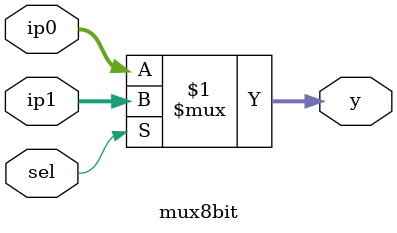
<source format=v>
module mux8bit(
    input [7:0]ip0,ip1,
    input sel,
    output [7:0]y
);

assign y = (sel) ? ip1 : ip0;

endmodule
</source>
